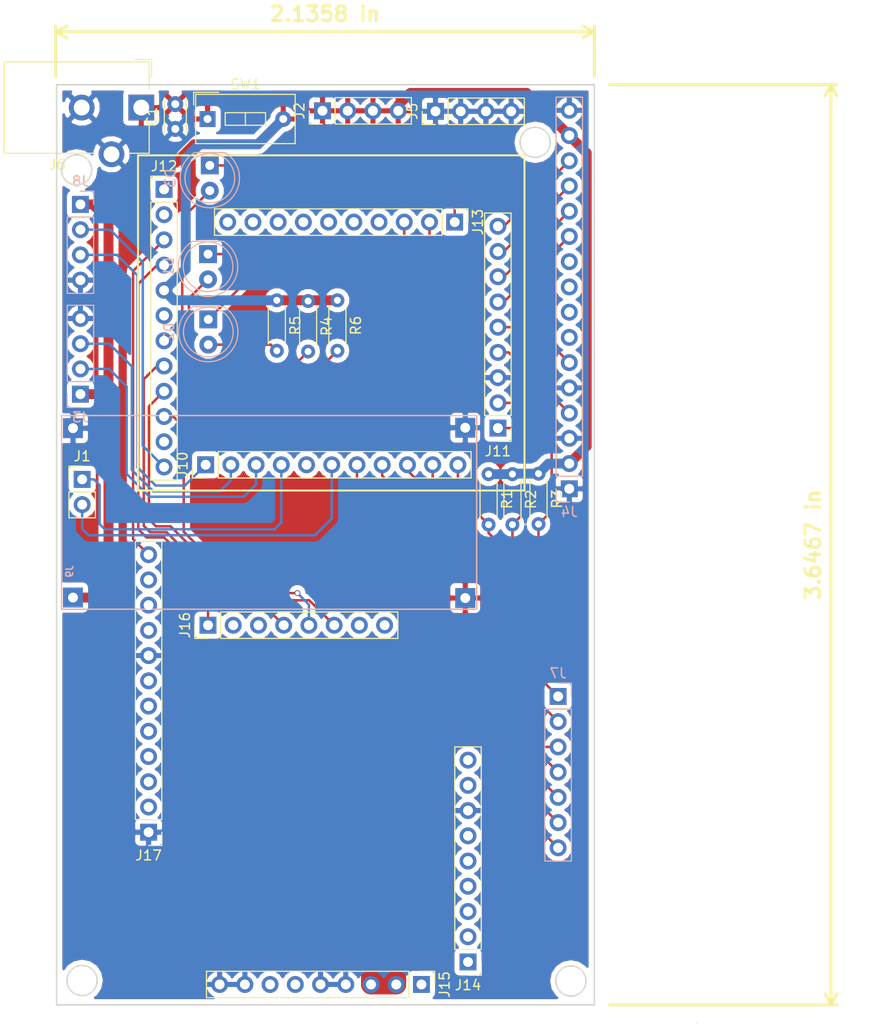
<source format=kicad_pcb>
(kicad_pcb (version 4) (host pcbnew 4.0.7)
  (layers (0 F.Cu signal) (31 B.Cu signal) (34 B.Paste user) (35 F.Paste user) (36 B.SilkS user) (37 F.SilkS user) (38 B.Mask user) (39 F.Mask user) (44 Edge.Cuts user))
  (net 0 "")
  (net 1 GND)
  (net 2 VCC)
  (net 3 /L1)
  (net 4 "Net-(D1-Pad2)")
  (net 5 /L2)
  (net 6 "Net-(D2-Pad2)")
  (net 7 /L3)
  (net 8 "Net-(D3-Pad2)")
  (net 9 /RX0)
  (net 10 /TX0)
  (net 11 /5V)
  (net 12 /TRIG1)
  (net 13 /ECHO1)
  (net 14 /RS)
  (net 15 /EN)
  (net 16 "Net-(J4-Pad7)")
  (net 17 "Net-(J4-Pad8)")
  (net 18 "Net-(J4-Pad9)")
  (net 19 "Net-(J4-Pad10)")
  (net 20 /D4)
  (net 21 /D5)
  (net 22 /D6)
  (net 23 /D7)
  (net 24 /C1)
  (net 25 /C2)
  (net 26 /C3)
  (net 27 /R1)
  (net 28 /R2)
  (net 29 /R3)
  (net 30 /R4)
  (net 31 /TRIG2)
  (net 32 /ECHO2)
  (net 33 /VBAT)
  (net 34 "Net-(J10-Pad5)")
  (net 35 "Net-(J12-Pad1)")
  (net 36 "Net-(J12-Pad2)")
  (net 37 /RTS1)
  (net 38 /CTS1)
  (net 39 "Net-(J12-Pad6)")
  (net 40 "Net-(J12-Pad7)")
  (net 41 /DTR1)
  (net 42 /RX1)
  (net 43 /TX1)
  (net 44 "Net-(J12-Pad11)")
  (net 45 "Net-(J13-Pad4)")
  (net 46 "Net-(J13-Pad5)")
  (net 47 "Net-(J13-Pad6)")
  (net 48 "Net-(J13-Pad7)")
  (net 49 "Net-(J13-Pad8)")
  (net 50 "Net-(J13-Pad9)")
  (net 51 "Net-(J13-Pad10)")
  (net 52 "Net-(J14-Pad1)")
  (net 53 "Net-(J14-Pad2)")
  (net 54 "Net-(J14-Pad3)")
  (net 55 "Net-(J14-Pad4)")
  (net 56 "Net-(J14-Pad5)")
  (net 57 "Net-(J14-Pad6)")
  (net 58 "Net-(J14-Pad8)")
  (net 59 "Net-(J14-Pad9)")
  (net 60 "Net-(J15-Pad1)")
  (net 61 "Net-(J15-Pad6)")
  (net 62 "Net-(J15-Pad7)")
  (net 63 "Net-(J16-Pad2)")
  (net 64 "Net-(J16-Pad3)")
  (net 65 "Net-(J16-Pad7)")
  (net 66 "Net-(J16-Pad8)")
  (net 67 "Net-(J17-Pad2)")
  (net 68 "Net-(J17-Pad3)")
  (net 69 "Net-(J17-Pad4)")
  (net 70 "Net-(J17-Pad5)")
  (net 71 "Net-(J17-Pad6)")
  (net 72 "Net-(J17-Pad7)")
  (net 73 "Net-(J17-Pad9)")
  (net 74 "Net-(J17-Pad10)")
  (net 75 "Net-(J17-Pad11)")
  (module LM2596:LM2596 (layer B.Cu) (at 125.95 75.2)
    (fp_text reference J9 (at -20.1 5.9 270) (layer B.SilkS) (effects (font (size 0.7 0.7)) (justify mirror)))
    (fp_text value LM2596 hide)
    (pad 1 thru_hole rect (at -19.7485 8.525) (size 1.99898 1.99898) (drill 1) (layers *.Cu *.Mask) (net 11 /5V))
    (pad 3 thru_hole rect (at -19.7485 -8.525) (size 1.99898 1.99898) (drill 1) (layers *.Cu *.Mask) (net 1 GND))
    (pad 2 thru_hole rect (at 19.7485 8.5725) (size 1.99898 1.99898) (drill 1) (layers *.Cu *.Mask) (net 33 /VBAT))
    (pad 4 thru_hole rect (at 19.7485 -8.5725) (size 1.99898 1.99898) (drill 1) (layers *.Cu *.Mask) (net 1 GND))
  )
  (module Buttons_Switches_THT:SW_DIP_x1_W7.62mm_Slide (layer F.Cu) (at 119.75 35.55)
    (fp_text reference SW1 (at 3.81 -3.48) (layer F.SilkS))
    (fp_text value "PWR S/W")
    (pad 1 thru_hole rect (at 0 0) (size 1.6 1.6) (drill 0.8) (layers *.Cu *.Mask) (net 2 VCC))
    (pad 2 thru_hole oval (at 7.62 0) (size 1.6 1.6) (drill 0.8) (layers *.Cu *.Mask) (net 11 /5V))
  )
  (module Capacitors_THT:C_Disc_D3.4mm_W2.1mm_P2.50mm (layer F.Cu) (at 116.5 36.55 90)
    (fp_text reference C1 (at 1.25 -2.36 90) (layer F.SilkS))
    (fp_text value C)
    (pad 1 thru_hole circle (at 0 0 90) (size 1.6 1.6) (drill 0.8) (layers *.Cu *.Mask) (net 1 GND))
    (pad 2 thru_hole circle (at 2.5 0 90) (size 1.6 1.6) (drill 0.8) (layers *.Cu *.Mask) (net 2 VCC))
  )
  (module LEDs:LED_D5.0mm (layer B.Cu) (at 119.8 49.15 270)
    (fp_text reference D1 (at 1.27 3.96 270) (layer B.SilkS) (effects (justify mirror)))
    (fp_text value LED)
    (pad 1 thru_hole rect (at 0 0 270) (size 1.8 1.8) (drill 0.9) (layers *.Cu *.Mask) (net 3 /L1))
    (pad 2 thru_hole circle (at 2.54 0 270) (size 1.8 1.8) (drill 0.9) (layers *.Cu *.Mask) (net 4 "Net-(D1-Pad2)"))
  )
  (module LEDs:LED_D5.0mm (layer B.Cu) (at 119.825 55.725 270)
    (fp_text reference D2 (at 1.27 3.96 270) (layer B.SilkS) (effects (justify mirror)))
    (fp_text value LED)
    (pad 1 thru_hole rect (at 0 0 270) (size 1.8 1.8) (drill 0.9) (layers *.Cu *.Mask) (net 5 /L2))
    (pad 2 thru_hole circle (at 2.54 0 270) (size 1.8 1.8) (drill 0.9) (layers *.Cu *.Mask) (net 6 "Net-(D2-Pad2)"))
  )
  (module LEDs:LED_D5.0mm (layer B.Cu) (at 119.975 40.225 270)
    (fp_text reference D3 (at 1.27 3.96 270) (layer B.SilkS) (effects (justify mirror)))
    (fp_text value LED)
    (pad 1 thru_hole rect (at 0 0 270) (size 1.8 1.8) (drill 0.9) (layers *.Cu *.Mask) (net 7 /L3))
    (pad 2 thru_hole circle (at 2.54 0 270) (size 1.8 1.8) (drill 0.9) (layers *.Cu *.Mask) (net 8 "Net-(D3-Pad2)"))
  )
  (module Pin_Headers:Pin_Header_Straight_1x02_Pitch2.54mm (layer F.Cu) (at 107.125 71.825)
    (fp_text reference J1 (at 0 -2.33) (layer F.SilkS))
    (fp_text value UART0)
    (pad 1 thru_hole rect (at 0 0) (size 1.7 1.7) (drill 1) (layers *.Cu *.Mask) (net 9 /RX0))
    (pad 2 thru_hole oval (at 0 2.54) (size 1.7 1.7) (drill 1) (layers *.Cu *.Mask) (net 10 /TX0))
  )
  (module Pin_Headers:Pin_Header_Straight_1x04_Pitch2.54mm (layer F.Cu) (at 131.325 34.725 90)
    (fp_text reference J2 (at 0 -2.33 90) (layer F.SilkS))
    (fp_text value VCC_BKT)
    (pad 1 thru_hole rect (at 0 0 90) (size 1.7 1.7) (drill 1) (layers *.Cu *.Mask) (net 11 /5V))
    (pad 2 thru_hole oval (at 0 2.54 90) (size 1.7 1.7) (drill 1) (layers *.Cu *.Mask) (net 11 /5V))
    (pad 3 thru_hole oval (at 0 5.08 90) (size 1.7 1.7) (drill 1) (layers *.Cu *.Mask) (net 11 /5V))
    (pad 4 thru_hole oval (at 0 7.62 90) (size 1.7 1.7) (drill 1) (layers *.Cu *.Mask) (net 11 /5V))
  )
  (module Pin_Headers:Pin_Header_Straight_1x04_Pitch2.54mm (layer B.Cu) (at 106.95 63.25)
    (fp_text reference J3 (at 0 2.33) (layer B.SilkS) (effects (justify mirror)))
    (fp_text value ULTRA1)
    (pad 1 thru_hole rect (at 0 0) (size 1.7 1.7) (drill 1) (layers *.Cu *.Mask) (net 11 /5V))
    (pad 2 thru_hole oval (at 0 -2.54) (size 1.7 1.7) (drill 1) (layers *.Cu *.Mask) (net 12 /TRIG1))
    (pad 3 thru_hole oval (at 0 -5.08) (size 1.7 1.7) (drill 1) (layers *.Cu *.Mask) (net 13 /ECHO1))
    (pad 4 thru_hole oval (at 0 -7.62) (size 1.7 1.7) (drill 1) (layers *.Cu *.Mask) (net 1 GND))
  )
  (module Pin_Headers:Pin_Header_Straight_1x16_Pitch2.54mm (layer B.Cu) (at 156.175 72.775)
    (fp_text reference J4 (at 0 2.33) (layer B.SilkS) (effects (justify mirror)))
    (fp_text value "16*2 LCD")
    (pad 1 thru_hole rect (at 0 0) (size 1.7 1.7) (drill 1) (layers *.Cu *.Mask) (net 1 GND))
    (pad 2 thru_hole oval (at 0 -2.54) (size 1.7 1.7) (drill 1) (layers *.Cu *.Mask) (net 11 /5V))
    (pad 3 thru_hole oval (at 0 -5.08) (size 1.7 1.7) (drill 1) (layers *.Cu *.Mask) (net 1 GND))
    (pad 4 thru_hole oval (at 0 -7.62) (size 1.7 1.7) (drill 1) (layers *.Cu *.Mask) (net 14 /RS))
    (pad 5 thru_hole oval (at 0 -10.16) (size 1.7 1.7) (drill 1) (layers *.Cu *.Mask) (net 1 GND))
    (pad 6 thru_hole oval (at 0 -12.7) (size 1.7 1.7) (drill 1) (layers *.Cu *.Mask) (net 15 /EN))
    (pad 7 thru_hole oval (at 0 -15.24) (size 1.7 1.7) (drill 1) (layers *.Cu *.Mask) (net 16 "Net-(J4-Pad7)"))
    (pad 8 thru_hole oval (at 0 -17.78) (size 1.7 1.7) (drill 1) (layers *.Cu *.Mask) (net 17 "Net-(J4-Pad8)"))
    (pad 9 thru_hole oval (at 0 -20.32) (size 1.7 1.7) (drill 1) (layers *.Cu *.Mask) (net 18 "Net-(J4-Pad9)"))
    (pad 10 thru_hole oval (at 0 -22.86) (size 1.7 1.7) (drill 1) (layers *.Cu *.Mask) (net 19 "Net-(J4-Pad10)"))
    (pad 11 thru_hole oval (at 0 -25.4) (size 1.7 1.7) (drill 1) (layers *.Cu *.Mask) (net 20 /D4))
    (pad 12 thru_hole oval (at 0 -27.94) (size 1.7 1.7) (drill 1) (layers *.Cu *.Mask) (net 21 /D5))
    (pad 13 thru_hole oval (at 0 -30.48) (size 1.7 1.7) (drill 1) (layers *.Cu *.Mask) (net 22 /D6))
    (pad 14 thru_hole oval (at 0 -33.02) (size 1.7 1.7) (drill 1) (layers *.Cu *.Mask) (net 23 /D7))
    (pad 15 thru_hole oval (at 0 -35.56) (size 1.7 1.7) (drill 1) (layers *.Cu *.Mask) (net 11 /5V))
    (pad 16 thru_hole oval (at 0 -38.1) (size 1.7 1.7) (drill 1) (layers *.Cu *.Mask) (net 1 GND))
  )
  (module Pin_Headers:Pin_Header_Straight_1x04_Pitch2.54mm (layer F.Cu) (at 142.7 34.775 90)
    (fp_text reference J5 (at 0 -2.33 90) (layer F.SilkS))
    (fp_text value GND_BKT)
    (pad 1 thru_hole rect (at 0 0 90) (size 1.7 1.7) (drill 1) (layers *.Cu *.Mask) (net 1 GND))
    (pad 2 thru_hole oval (at 0 2.54 90) (size 1.7 1.7) (drill 1) (layers *.Cu *.Mask) (net 1 GND))
    (pad 3 thru_hole oval (at 0 5.08 90) (size 1.7 1.7) (drill 1) (layers *.Cu *.Mask) (net 1 GND))
    (pad 4 thru_hole oval (at 0 7.62 90) (size 1.7 1.7) (drill 1) (layers *.Cu *.Mask) (net 1 GND))
  )
  (module Connectors:Barrel_Jack_CUI_PJ-102AH (layer F.Cu) (at 113.075 34.4 270)
    (fp_text reference J6 (at 5.75 8.45 360) (layer F.SilkS))
    (fp_text value Jack-DC)
    (pad 1 thru_hole rect (at 0 0 270) (size 2.6 2.6) (drill 1.6) (layers *.Cu *.Mask) (net 2 VCC))
    (pad 2 thru_hole circle (at 0 6 270) (size 2.6 2.6) (drill 1.6) (layers *.Cu *.Mask) (net 1 GND))
    (pad 3 thru_hole circle (at 4.7 3 270) (size 2.6 2.6) (drill 1.6) (layers *.Cu *.Mask) (net 1 GND))
  )
  (module Pin_Headers:Pin_Header_Straight_1x07_Pitch2.54mm (layer B.Cu) (at 155.05 93.675 180)
    (fp_text reference J7 (at 0 2.33 180) (layer B.SilkS) (effects (justify mirror)))
    (fp_text value KEYPAD)
    (pad 1 thru_hole rect (at 0 0 180) (size 1.7 1.7) (drill 1) (layers *.Cu *.Mask) (net 24 /C1))
    (pad 2 thru_hole oval (at 0 -2.54 180) (size 1.7 1.7) (drill 1) (layers *.Cu *.Mask) (net 25 /C2))
    (pad 3 thru_hole oval (at 0 -5.08 180) (size 1.7 1.7) (drill 1) (layers *.Cu *.Mask) (net 26 /C3))
    (pad 4 thru_hole oval (at 0 -7.62 180) (size 1.7 1.7) (drill 1) (layers *.Cu *.Mask) (net 27 /R1))
    (pad 5 thru_hole oval (at 0 -10.16 180) (size 1.7 1.7) (drill 1) (layers *.Cu *.Mask) (net 28 /R2))
    (pad 6 thru_hole oval (at 0 -12.7 180) (size 1.7 1.7) (drill 1) (layers *.Cu *.Mask) (net 29 /R3))
    (pad 7 thru_hole oval (at 0 -15.24 180) (size 1.7 1.7) (drill 1) (layers *.Cu *.Mask) (net 30 /R4))
  )
  (module Pin_Headers:Pin_Header_Straight_1x04_Pitch2.54mm (layer B.Cu) (at 106.95 44.15 180)
    (fp_text reference J8 (at 0 2.33 180) (layer B.SilkS) (effects (justify mirror)))
    (fp_text value ULTRA2)
    (pad 1 thru_hole rect (at 0 0 180) (size 1.7 1.7) (drill 1) (layers *.Cu *.Mask) (net 11 /5V))
    (pad 2 thru_hole oval (at 0 -2.54 180) (size 1.7 1.7) (drill 1) (layers *.Cu *.Mask) (net 31 /TRIG2))
    (pad 3 thru_hole oval (at 0 -5.08 180) (size 1.7 1.7) (drill 1) (layers *.Cu *.Mask) (net 32 /ECHO2))
    (pad 4 thru_hole oval (at 0 -7.62 180) (size 1.7 1.7) (drill 1) (layers *.Cu *.Mask) (net 1 GND))
  )
  (module Pin_Headers:Pin_Header_Straight_1x11_Pitch2.54mm (layer F.Cu) (at 119.5575 70.3575 90)
    (fp_text reference J10 (at 0 -2.33 90) (layer F.SilkS))
    (fp_text value M0516LEFT)
    (pad 1 thru_hole rect (at 0 0 90) (size 1.7 1.7) (drill 1) (layers *.Cu *.Mask) (net 32 /ECHO2))
    (pad 2 thru_hole oval (at 0 2.54 90) (size 1.7 1.7) (drill 1) (layers *.Cu *.Mask) (net 13 /ECHO1))
    (pad 3 thru_hole oval (at 0 5.08 90) (size 1.7 1.7) (drill 1) (layers *.Cu *.Mask) (net 12 /TRIG1))
    (pad 4 thru_hole oval (at 0 7.62 90) (size 1.7 1.7) (drill 1) (layers *.Cu *.Mask) (net 9 /RX0))
    (pad 5 thru_hole oval (at 0 10.16 90) (size 1.7 1.7) (drill 1) (layers *.Cu *.Mask) (net 34 "Net-(J10-Pad5)"))
    (pad 6 thru_hole oval (at 0 12.7 90) (size 1.7 1.7) (drill 1) (layers *.Cu *.Mask) (net 10 /TX0))
    (pad 7 thru_hole oval (at 0 15.24 90) (size 1.7 1.7) (drill 1) (layers *.Cu *.Mask) (net 30 /R4))
    (pad 8 thru_hole oval (at 0 17.78 90) (size 1.7 1.7) (drill 1) (layers *.Cu *.Mask) (net 29 /R3))
    (pad 9 thru_hole oval (at 0 20.32 90) (size 1.7 1.7) (drill 1) (layers *.Cu *.Mask) (net 28 /R2))
    (pad 10 thru_hole oval (at 0 22.86 90) (size 1.7 1.7) (drill 1) (layers *.Cu *.Mask) (net 27 /R1))
    (pad 11 thru_hole oval (at 0 25.4 90) (size 1.7 1.7) (drill 1) (layers *.Cu *.Mask) (net 26 /C3))
  )
  (module Pin_Headers:Pin_Header_Straight_1x09_Pitch2.54mm (layer F.Cu) (at 148.9875 66.6675 180)
    (fp_text reference J11 (at 0 -2.33 180) (layer F.SilkS))
    (fp_text value M0516DOWN)
    (pad 1 thru_hole rect (at 0 0 180) (size 1.7 1.7) (drill 1) (layers *.Cu *.Mask) (net 25 /C2))
    (pad 2 thru_hole oval (at 0 2.54 180) (size 1.7 1.7) (drill 1) (layers *.Cu *.Mask) (net 24 /C1))
    (pad 3 thru_hole oval (at 0 5.08 180) (size 1.7 1.7) (drill 1) (layers *.Cu *.Mask) (net 1 GND))
    (pad 4 thru_hole oval (at 0 7.62 180) (size 1.7 1.7) (drill 1) (layers *.Cu *.Mask) (net 14 /RS))
    (pad 5 thru_hole oval (at 0 10.16 180) (size 1.7 1.7) (drill 1) (layers *.Cu *.Mask) (net 15 /EN))
    (pad 6 thru_hole oval (at 0 12.7 180) (size 1.7 1.7) (drill 1) (layers *.Cu *.Mask) (net 20 /D4))
    (pad 7 thru_hole oval (at 0 15.24 180) (size 1.7 1.7) (drill 1) (layers *.Cu *.Mask) (net 21 /D5))
    (pad 8 thru_hole oval (at 0 17.78 180) (size 1.7 1.7) (drill 1) (layers *.Cu *.Mask) (net 22 /D6))
    (pad 9 thru_hole oval (at 0 20.32 180) (size 1.7 1.7) (drill 1) (layers *.Cu *.Mask) (net 23 /D7))
  )
  (module Pin_Headers:Pin_Header_Straight_1x12_Pitch2.54mm (layer F.Cu) (at 115.3675 42.6375)
    (fp_text reference J12 (at 0 -2.33) (layer F.SilkS))
    (fp_text value M0516UP)
    (pad 1 thru_hole rect (at 0 0) (size 1.7 1.7) (drill 1) (layers *.Cu *.Mask) (net 35 "Net-(J12-Pad1)"))
    (pad 2 thru_hole oval (at 0 2.54) (size 1.7 1.7) (drill 1) (layers *.Cu *.Mask) (net 36 "Net-(J12-Pad2)"))
    (pad 3 thru_hole oval (at 0 5.08) (size 1.7 1.7) (drill 1) (layers *.Cu *.Mask) (net 37 /RTS1))
    (pad 4 thru_hole oval (at 0 7.62) (size 1.7 1.7) (drill 1) (layers *.Cu *.Mask) (net 38 /CTS1))
    (pad 5 thru_hole oval (at 0 10.16) (size 1.7 1.7) (drill 1) (layers *.Cu *.Mask) (net 11 /5V))
    (pad 6 thru_hole oval (at 0 12.7) (size 1.7 1.7) (drill 1) (layers *.Cu *.Mask) (net 39 "Net-(J12-Pad6)"))
    (pad 7 thru_hole oval (at 0 15.24) (size 1.7 1.7) (drill 1) (layers *.Cu *.Mask) (net 40 "Net-(J12-Pad7)"))
    (pad 8 thru_hole oval (at 0 17.78) (size 1.7 1.7) (drill 1) (layers *.Cu *.Mask) (net 41 /DTR1))
    (pad 9 thru_hole oval (at 0 20.32) (size 1.7 1.7) (drill 1) (layers *.Cu *.Mask) (net 42 /RX1))
    (pad 10 thru_hole oval (at 0 22.86) (size 1.7 1.7) (drill 1) (layers *.Cu *.Mask) (net 43 /TX1))
    (pad 11 thru_hole oval (at 0 25.4) (size 1.7 1.7) (drill 1) (layers *.Cu *.Mask) (net 44 "Net-(J12-Pad11)"))
    (pad 12 thru_hole oval (at 0 27.94) (size 1.7 1.7) (drill 1) (layers *.Cu *.Mask) (net 31 /TRIG2))
  )
  (module Pin_Headers:Pin_Header_Straight_1x10_Pitch2.54mm (layer F.Cu) (at 144.6375 45.9275 270)
    (fp_text reference J13 (at 0 -2.33 270) (layer F.SilkS))
    (fp_text value M0516RIGHT)
    (pad 1 thru_hole rect (at 0 0 270) (size 1.7 1.7) (drill 1) (layers *.Cu *.Mask) (net 7 /L3))
    (pad 2 thru_hole oval (at 0 2.54 270) (size 1.7 1.7) (drill 1) (layers *.Cu *.Mask) (net 5 /L2))
    (pad 3 thru_hole oval (at 0 5.08 270) (size 1.7 1.7) (drill 1) (layers *.Cu *.Mask) (net 3 /L1))
    (pad 4 thru_hole oval (at 0 7.62 270) (size 1.7 1.7) (drill 1) (layers *.Cu *.Mask) (net 45 "Net-(J13-Pad4)"))
    (pad 5 thru_hole oval (at 0 10.16 270) (size 1.7 1.7) (drill 1) (layers *.Cu *.Mask) (net 46 "Net-(J13-Pad5)"))
    (pad 6 thru_hole oval (at 0 12.7 270) (size 1.7 1.7) (drill 1) (layers *.Cu *.Mask) (net 47 "Net-(J13-Pad6)"))
    (pad 7 thru_hole oval (at 0 15.24 270) (size 1.7 1.7) (drill 1) (layers *.Cu *.Mask) (net 48 "Net-(J13-Pad7)"))
    (pad 8 thru_hole oval (at 0 17.78 270) (size 1.7 1.7) (drill 1) (layers *.Cu *.Mask) (net 49 "Net-(J13-Pad8)"))
    (pad 9 thru_hole oval (at 0 20.32 270) (size 1.7 1.7) (drill 1) (layers *.Cu *.Mask) (net 50 "Net-(J13-Pad9)"))
    (pad 10 thru_hole oval (at 0 22.86 270) (size 1.7 1.7) (drill 1) (layers *.Cu *.Mask) (net 51 "Net-(J13-Pad10)"))
  )
  (module Pin_Headers:Pin_Header_Straight_1x09_Pitch2.54mm (layer F.Cu) (at 145.9775 120.4075 180)
    (fp_text reference J14 (at 0 -2.33 180) (layer F.SilkS))
    (fp_text value M66L)
    (pad 1 thru_hole rect (at 0 0 180) (size 1.7 1.7) (drill 1) (layers *.Cu *.Mask) (net 52 "Net-(J14-Pad1)"))
    (pad 2 thru_hole oval (at 0 2.54 180) (size 1.7 1.7) (drill 1) (layers *.Cu *.Mask) (net 53 "Net-(J14-Pad2)"))
    (pad 3 thru_hole oval (at 0 5.08 180) (size 1.7 1.7) (drill 1) (layers *.Cu *.Mask) (net 54 "Net-(J14-Pad3)"))
    (pad 4 thru_hole oval (at 0 7.62 180) (size 1.7 1.7) (drill 1) (layers *.Cu *.Mask) (net 55 "Net-(J14-Pad4)"))
    (pad 5 thru_hole oval (at 0 10.16 180) (size 1.7 1.7) (drill 1) (layers *.Cu *.Mask) (net 56 "Net-(J14-Pad5)"))
    (pad 6 thru_hole oval (at 0 12.7 180) (size 1.7 1.7) (drill 1) (layers *.Cu *.Mask) (net 57 "Net-(J14-Pad6)"))
    (pad 7 thru_hole oval (at 0 15.24 180) (size 1.7 1.7) (drill 1) (layers *.Cu *.Mask) (net 1 GND))
    (pad 8 thru_hole oval (at 0 17.78 180) (size 1.7 1.7) (drill 1) (layers *.Cu *.Mask) (net 58 "Net-(J14-Pad8)"))
    (pad 9 thru_hole oval (at 0 20.32 180) (size 1.7 1.7) (drill 1) (layers *.Cu *.Mask) (net 59 "Net-(J14-Pad9)"))
  )
  (module Pin_Headers:Pin_Header_Straight_1x09_Pitch2.54mm (layer F.Cu) (at 141.2875 122.6725 270)
    (fp_text reference J15 (at 0 -2.33 270) (layer F.SilkS))
    (fp_text value M66U)
    (pad 1 thru_hole rect (at 0 0 270) (size 1.7 1.7) (drill 1) (layers *.Cu *.Mask) (net 60 "Net-(J15-Pad1)"))
    (pad 2 thru_hole oval (at 0 2.54 270) (size 1.7 1.7) (drill 1) (layers *.Cu *.Mask) (net 33 /VBAT))
    (pad 3 thru_hole oval (at 0 5.08 270) (size 1.7 1.7) (drill 1) (layers *.Cu *.Mask) (net 33 /VBAT))
    (pad 4 thru_hole oval (at 0 7.62 270) (size 1.7 1.7) (drill 1) (layers *.Cu *.Mask) (net 1 GND))
    (pad 5 thru_hole oval (at 0 10.16 270) (size 1.7 1.7) (drill 1) (layers *.Cu *.Mask) (net 1 GND))
    (pad 6 thru_hole oval (at 0 12.7 270) (size 1.7 1.7) (drill 1) (layers *.Cu *.Mask) (net 61 "Net-(J15-Pad6)"))
    (pad 7 thru_hole oval (at 0 15.24 270) (size 1.7 1.7) (drill 1) (layers *.Cu *.Mask) (net 62 "Net-(J15-Pad7)"))
    (pad 8 thru_hole oval (at 0 17.78 270) (size 1.7 1.7) (drill 1) (layers *.Cu *.Mask) (net 1 GND))
    (pad 9 thru_hole oval (at 0 20.32 270) (size 1.7 1.7) (drill 1) (layers *.Cu *.Mask) (net 1 GND))
  )
  (module Pin_Headers:Pin_Header_Straight_1x08_Pitch2.54mm (layer F.Cu) (at 119.7975 86.5075 90)
    (fp_text reference J16 (at 0 -2.33 90) (layer F.SilkS))
    (fp_text value M66D)
    (pad 1 thru_hole rect (at 0 0 90) (size 1.7 1.7) (drill 1) (layers *.Cu *.Mask) (net 38 /CTS1))
    (pad 2 thru_hole oval (at 0 2.54 90) (size 1.7 1.7) (drill 1) (layers *.Cu *.Mask) (net 63 "Net-(J16-Pad2)"))
    (pad 3 thru_hole oval (at 0 5.08 90) (size 1.7 1.7) (drill 1) (layers *.Cu *.Mask) (net 64 "Net-(J16-Pad3)"))
    (pad 4 thru_hole oval (at 0 7.62 90) (size 1.7 1.7) (drill 1) (layers *.Cu *.Mask) (net 41 /DTR1))
    (pad 5 thru_hole oval (at 0 10.16 90) (size 1.7 1.7) (drill 1) (layers *.Cu *.Mask) (net 43 /TX1))
    (pad 6 thru_hole oval (at 0 12.7 90) (size 1.7 1.7) (drill 1) (layers *.Cu *.Mask) (net 42 /RX1))
    (pad 7 thru_hole oval (at 0 15.24 90) (size 1.7 1.7) (drill 1) (layers *.Cu *.Mask) (net 65 "Net-(J16-Pad7)"))
    (pad 8 thru_hole oval (at 0 17.78 90) (size 1.7 1.7) (drill 1) (layers *.Cu *.Mask) (net 66 "Net-(J16-Pad8)"))
  )
  (module Pin_Headers:Pin_Header_Straight_1x12_Pitch2.54mm (layer F.Cu) (at 113.8125 107.3475 180)
    (fp_text reference J17 (at 0 -2.33 180) (layer F.SilkS))
    (fp_text value M66R)
    (pad 1 thru_hole rect (at 0 0 180) (size 1.7 1.7) (drill 1) (layers *.Cu *.Mask) (net 1 GND))
    (pad 2 thru_hole oval (at 0 2.54 180) (size 1.7 1.7) (drill 1) (layers *.Cu *.Mask) (net 67 "Net-(J17-Pad2)"))
    (pad 3 thru_hole oval (at 0 5.08 180) (size 1.7 1.7) (drill 1) (layers *.Cu *.Mask) (net 68 "Net-(J17-Pad3)"))
    (pad 4 thru_hole oval (at 0 7.62 180) (size 1.7 1.7) (drill 1) (layers *.Cu *.Mask) (net 69 "Net-(J17-Pad4)"))
    (pad 5 thru_hole oval (at 0 10.16 180) (size 1.7 1.7) (drill 1) (layers *.Cu *.Mask) (net 70 "Net-(J17-Pad5)"))
    (pad 6 thru_hole oval (at 0 12.7 180) (size 1.7 1.7) (drill 1) (layers *.Cu *.Mask) (net 71 "Net-(J17-Pad6)"))
    (pad 7 thru_hole oval (at 0 15.24 180) (size 1.7 1.7) (drill 1) (layers *.Cu *.Mask) (net 72 "Net-(J17-Pad7)"))
    (pad 8 thru_hole oval (at 0 17.78 180) (size 1.7 1.7) (drill 1) (layers *.Cu *.Mask) (net 1 GND))
    (pad 9 thru_hole oval (at 0 20.32 180) (size 1.7 1.7) (drill 1) (layers *.Cu *.Mask) (net 73 "Net-(J17-Pad9)"))
    (pad 10 thru_hole oval (at 0 22.86 180) (size 1.7 1.7) (drill 1) (layers *.Cu *.Mask) (net 74 "Net-(J17-Pad10)"))
    (pad 11 thru_hole oval (at 0 25.4 180) (size 1.7 1.7) (drill 1) (layers *.Cu *.Mask) (net 75 "Net-(J17-Pad11)"))
    (pad 12 thru_hole oval (at 0 27.94 180) (size 1.7 1.7) (drill 1) (layers *.Cu *.Mask) (net 37 /RTS1))
  )
  (module Resistors_THT:R_Axial_DIN0204_L3.6mm_D1.6mm_P5.08mm_Horizontal (layer F.Cu) (at 148.05 71.3 270)
    (fp_text reference R1 (at 2.54 -1.86 270) (layer F.SilkS))
    (fp_text value 1K)
    (pad 1 thru_hole circle (at 0 0 270) (size 1.4 1.4) (drill 0.7) (layers *.Cu *.Mask) (net 11 /5V))
    (pad 2 thru_hole oval (at 5.08 0 270) (size 1.4 1.4) (drill 0.7) (layers *.Cu *.Mask) (net 26 /C3))
  )
  (module Resistors_THT:R_Axial_DIN0204_L3.6mm_D1.6mm_P5.08mm_Horizontal (layer F.Cu) (at 150.45 71.3 270)
    (fp_text reference R2 (at 2.54 -1.86 270) (layer F.SilkS))
    (fp_text value 1K)
    (pad 1 thru_hole circle (at 0 0 270) (size 1.4 1.4) (drill 0.7) (layers *.Cu *.Mask) (net 11 /5V))
    (pad 2 thru_hole oval (at 5.08 0 270) (size 1.4 1.4) (drill 0.7) (layers *.Cu *.Mask) (net 25 /C2))
  )
  (module Resistors_THT:R_Axial_DIN0204_L3.6mm_D1.6mm_P5.08mm_Horizontal (layer F.Cu) (at 153.075 71.25 270)
    (fp_text reference R3 (at 2.54 -1.86 270) (layer F.SilkS))
    (fp_text value 1K)
    (pad 1 thru_hole circle (at 0 0 270) (size 1.4 1.4) (drill 0.7) (layers *.Cu *.Mask) (net 11 /5V))
    (pad 2 thru_hole oval (at 5.08 0 270) (size 1.4 1.4) (drill 0.7) (layers *.Cu *.Mask) (net 24 /C1))
  )
  (module Resistors_THT:R_Axial_DIN0204_L3.6mm_D1.6mm_P5.08mm_Horizontal (layer F.Cu) (at 129.875 53.875 270)
    (fp_text reference R4 (at 2.54 -1.86 270) (layer F.SilkS))
    (fp_text value 330)
    (pad 1 thru_hole circle (at 0 0 270) (size 1.4 1.4) (drill 0.7) (layers *.Cu *.Mask) (net 11 /5V))
    (pad 2 thru_hole oval (at 5.08 0 270) (size 1.4 1.4) (drill 0.7) (layers *.Cu *.Mask) (net 4 "Net-(D1-Pad2)"))
  )
  (module Resistors_THT:R_Axial_DIN0204_L3.6mm_D1.6mm_P5.08mm_Horizontal (layer F.Cu) (at 126.725 53.8 270)
    (fp_text reference R5 (at 2.54 -1.86 270) (layer F.SilkS))
    (fp_text value 330)
    (pad 1 thru_hole circle (at 0 0 270) (size 1.4 1.4) (drill 0.7) (layers *.Cu *.Mask) (net 11 /5V))
    (pad 2 thru_hole oval (at 5.08 0 270) (size 1.4 1.4) (drill 0.7) (layers *.Cu *.Mask) (net 6 "Net-(D2-Pad2)"))
  )
  (module Resistors_THT:R_Axial_DIN0204_L3.6mm_D1.6mm_P5.08mm_Horizontal (layer F.Cu) (at 132.825 53.8 270)
    (fp_text reference R6 (at 2.54 -1.86 270) (layer F.SilkS))
    (fp_text value 330)
    (pad 1 thru_hole circle (at 0 0 270) (size 1.4 1.4) (drill 0.7) (layers *.Cu *.Mask) (net 11 /5V))
    (pad 2 thru_hole oval (at 5.08 0 270) (size 1.4 1.4) (drill 0.7) (layers *.Cu *.Mask) (net 8 "Net-(D3-Pad2)"))
  )
  (gr_circle (center 156.3375 122.3225) (end 155.0625 123.1475) (layer Edge.Cuts) (width 0.15))
  (gr_circle (center 107.1125 122.2725) (end 105.8375 123.0975) (layer Edge.Cuts) (width 0.15))
  (dimension 54.25 (width 0.3) (layer F.SilkS) (gr_text "54.250 mm" (at 131.575 25.425001) (layer F.SilkS) (effects (font (size 1.5 1.5) (thickness 0.3)))) (feature1 (pts (xy 104.45 31.25) (xy 104.45 24.075001))) (feature2 (pts (xy 158.7 31.25) (xy 158.7 24.075001))) (crossbar (pts (xy 158.7 26.775001) (xy 104.45 26.775001))) (arrow1a (pts (xy 104.45 26.775001) (xy 105.576504 26.18858))) (arrow1b (pts (xy 104.45 26.775001) (xy 105.576504 27.361422))) (arrow2a (pts (xy 158.7 26.775001) (xy 157.573496 26.18858))) (arrow2b (pts (xy 158.7 26.775001) (xy 157.573496 27.361422))))
  (dimension 92.625 (width 0.3) (layer F.SilkS) (gr_text "92.625 mm" (at 183.875 78.4125 270) (layer F.SilkS) (effects (font (size 1.5 1.5) (thickness 0.3)))) (feature1 (pts (xy 160.225 124.725) (xy 185.225 124.725))) (feature2 (pts (xy 160.225 32.1) (xy 185.225 32.1))) (crossbar (pts (xy 182.525 32.1) (xy 182.525 124.725))) (arrow1a (pts (xy 182.525 124.725) (xy 181.938579 123.598496))) (arrow1b (pts (xy 182.525 124.725) (xy 183.111421 123.598496))) (arrow2a (pts (xy 182.525 32.1) (xy 181.938579 33.226504))) (arrow2b (pts (xy 182.525 32.1) (xy 183.111421 33.226504))))
  (gr_line (start 104.55 32.1) (end 104.575 32.1) (angle 90) (layer Edge.Cuts) (width 0.15))
  (gr_line (start 104.55 124.725) (end 104.55 32.1) (angle 90) (layer Edge.Cuts) (width 0.15))
  (gr_line (start 158.7 124.725) (end 104.55 124.725) (angle 90) (layer Edge.Cuts) (width 0.15))
  (gr_line (start 158.7 32.1) (end 158.7 124.725) (angle 90) (layer Edge.Cuts) (width 0.15))
  (gr_line (start 104.55 32.1) (end 158.7 32.1) (angle 90) (layer Edge.Cuts) (width 0.15))
  (gr_circle (center 152.7375 37.8975) (end 151.4625 38.7225) (layer Edge.Cuts) (width 0.15))
  (gr_line (start 151.675 72.95) (end 151.675 72.9) (angle 90) (layer F.SilkS) (width 0.2))
  (gr_line (start 112.725 72.95) (end 151.675 72.95) (angle 90) (layer F.SilkS) (width 0.2))
  (gr_circle (center 106.5625 40.6725) (end 105.2875 41.4975) (layer Edge.Cuts) (width 0.15))
  (gr_line (start 169.0475 126.5775) (end 169.0575 126.5775) (angle 90) (layer F.SilkS) (width 0.2))
  (gr_line (start 151.6625 39.1975) (end 151.6625 72.9475) (angle 90) (layer F.SilkS) (width 0.2))
  (gr_line (start 112.7475 39.2075) (end 151.7225 39.2075) (angle 90) (layer F.SilkS) (width 0.2))
  (gr_line (start 112.7475 72.9825) (end 112.7475 39.2075) (angle 90) (layer F.SilkS) (width 0.2))
  (segment (start 139.5575 45.9275) (end 139.5575 47.3175) (width 0.25) (layer F.Cu) (net 3))
  (segment (start 137.725 49.15) (end 119.8 49.15) (width 0.25) (layer F.Cu) (net 3))
  (segment (start 139.5575 47.3175) (end 137.725 49.15) (width 0.25) (layer F.Cu) (net 3))
  (segment (start 119.8 51.69) (end 119.785 51.69) (width 0.25) (layer F.Cu) (net 4))
  (segment (start 119.785 51.69) (end 117.875 53.6) (width 0.25) (layer F.Cu) (net 4))
  (segment (start 117.875 53.6) (end 117.875 59.375) (width 0.25) (layer F.Cu) (net 4))
  (segment (start 117.875 59.375) (end 119.075 60.575) (width 0.25) (layer F.Cu) (net 4))
  (segment (start 119.075 60.575) (end 128.255 60.575) (width 0.25) (layer F.Cu) (net 4))
  (segment (start 128.255 60.575) (end 129.875 58.955) (width 0.25) (layer F.Cu) (net 4))
  (segment (start 142.0975 45.9275) (end 142.0975 47.2775) (width 0.25) (layer F.Cu) (net 5))
  (segment (start 124.3 51.25) (end 119.825 55.725) (width 0.25) (layer F.Cu) (net 5))
  (segment (start 138.125 51.25) (end 124.3 51.25) (width 0.25) (layer F.Cu) (net 5))
  (segment (start 142.0975 47.2775) (end 138.125 51.25) (width 0.25) (layer F.Cu) (net 5))
  (segment (start 119.825 58.265) (end 126.11 58.265) (width 0.25) (layer F.Cu) (net 6))
  (segment (start 126.11 58.265) (end 126.725 58.88) (width 0.25) (layer F.Cu) (net 6))
  (segment (start 119.975 40.225) (end 140.975 40.225) (width 0.25) (layer F.Cu) (net 7))
  (segment (start 144.6375 43.8875) (end 144.6375 45.9275) (width 0.25) (layer F.Cu) (net 7))
  (segment (start 140.975 40.225) (end 144.6375 43.8875) (width 0.25) (layer F.Cu) (net 7))
  (segment (start 119.975 42.765) (end 119.975 42.775) (width 0.25) (layer F.Cu) (net 8))
  (segment (start 119.975 42.775) (end 117.2 45.55) (width 0.25) (layer F.Cu) (net 8))
  (segment (start 117.2 45.55) (end 117.2 59.825) (width 0.25) (layer F.Cu) (net 8))
  (segment (start 117.2 59.825) (end 118.675 61.3) (width 0.25) (layer F.Cu) (net 8))
  (segment (start 118.675 61.3) (end 130.405 61.3) (width 0.25) (layer F.Cu) (net 8))
  (segment (start 130.405 61.3) (end 132.825 58.88) (width 0.25) (layer F.Cu) (net 8))
  (segment (start 107.125 71.825) (end 108.3 71.825) (width 0.25) (layer B.Cu) (net 9))
  (segment (start 108.875 72.4) (end 108.875 73.575) (width 0.25) (layer B.Cu) (net 9))
  (segment (start 108.3 71.825) (end 108.875 72.4) (width 0.25) (layer B.Cu) (net 9))
  (segment (start 127.1775 70.3575) (end 127.1775 76.1725) (width 0.25) (layer B.Cu) (net 9))
  (segment (start 108.875 76.325) (end 108.875 73.575) (width 0.25) (layer B.Cu) (net 9))
  (segment (start 109.4 76.85) (end 108.875 76.325) (width 0.25) (layer B.Cu) (net 9))
  (segment (start 126.5 76.85) (end 109.4 76.85) (width 0.25) (layer B.Cu) (net 9))
  (segment (start 127.1775 76.1725) (end 126.5 76.85) (width 0.25) (layer B.Cu) (net 9))
  (segment (start 132.2575 70.3575) (end 132.2575 75.7675) (width 0.25) (layer B.Cu) (net 10))
  (segment (start 107.125 76.8) (end 107.125 74.365) (width 0.25) (layer B.Cu) (net 10))
  (segment (start 107.775 77.45) (end 107.125 76.8) (width 0.25) (layer B.Cu) (net 10))
  (segment (start 130.575 77.45) (end 107.775 77.45) (width 0.25) (layer B.Cu) (net 10))
  (segment (start 132.2575 75.7675) (end 130.575 77.45) (width 0.25) (layer B.Cu) (net 10))
  (segment (start 150.45 71.3) (end 148.05 71.3) (width 1) (layer B.Cu) (net 11))
  (segment (start 153.075 71.25) (end 150.5 71.25) (width 1) (layer B.Cu) (net 11))
  (segment (start 150.5 71.25) (end 150.45 71.3) (width 1) (layer B.Cu) (net 11))
  (segment (start 115.3675 52.7975) (end 115.4025 52.7975) (width 1) (layer B.Cu) (net 11))
  (segment (start 115.4025 52.7975) (end 117.55 50.65) (width 1) (layer B.Cu) (net 11))
  (segment (start 126.725 53.8) (end 116.37 53.8) (width 1) (layer B.Cu) (net 11))
  (segment (start 116.37 53.8) (end 115.3675 52.7975) (width 1) (layer B.Cu) (net 11))
  (segment (start 117.55 39.5) (end 118.95 38.1) (width 1) (layer B.Cu) (net 11))
  (segment (start 118.95 38.1) (end 124.82 38.1) (width 1) (layer B.Cu) (net 11))
  (segment (start 124.82 38.1) (end 127.37 35.55) (width 1) (layer B.Cu) (net 11))
  (segment (start 117.55 50.65) (end 117.55 39.5) (width 1) (layer B.Cu) (net 11))
  (segment (start 127.37 35.55) (end 127.37 35.555) (width 1) (layer F.Cu) (net 11))
  (segment (start 127.37 35.555) (end 124.825 38.1) (width 1) (layer F.Cu) (net 11))
  (segment (start 109.775 42.5) (end 109.775 45.725) (width 1) (layer F.Cu) (net 11))
  (segment (start 112.325 39.95) (end 109.775 42.5) (width 1) (layer F.Cu) (net 11))
  (segment (start 116.55 39.95) (end 112.325 39.95) (width 1) (layer F.Cu) (net 11))
  (segment (start 118.4 38.1) (end 116.55 39.95) (width 1) (layer F.Cu) (net 11))
  (segment (start 124.825 38.1) (end 118.4 38.1) (width 1) (layer F.Cu) (net 11))
  (segment (start 127.37 35.55) (end 127.37 35.63) (width 1) (layer F.Cu) (net 11))
  (segment (start 126.725 53.8) (end 129.8 53.8) (width 1) (layer F.Cu) (net 11))
  (segment (start 129.8 53.8) (end 132.825 53.8) (width 1) (layer F.Cu) (net 11))
  (segment (start 156.175 70.235) (end 154.09 70.235) (width 1) (layer B.Cu) (net 11))
  (segment (start 154.09 70.235) (end 153.025 71.3) (width 1) (layer B.Cu) (net 11))
  (segment (start 156.175 37.215) (end 156.175 37.225) (width 1) (layer F.Cu) (net 11))
  (segment (start 156.175 37.225) (end 157.925 38.975) (width 1) (layer F.Cu) (net 11))
  (segment (start 157.925 68.485) (end 156.175 70.235) (width 1) (layer F.Cu) (net 11))
  (segment (start 157.925 38.975) (end 157.925 68.485) (width 1) (layer F.Cu) (net 11))
  (segment (start 138.945 34.725) (end 138.945 34.155) (width 1) (layer F.Cu) (net 11))
  (segment (start 138.945 34.155) (end 140.175 32.925) (width 1) (layer F.Cu) (net 11))
  (segment (start 140.175 32.925) (end 151.885 32.925) (width 1) (layer F.Cu) (net 11))
  (segment (start 151.885 32.925) (end 156.175 37.215) (width 1) (layer F.Cu) (net 11))
  (segment (start 106.95 63.25) (end 108.775 63.25) (width 1) (layer F.Cu) (net 11))
  (segment (start 108.775 63.25) (end 109.775 64.25) (width 1) (layer F.Cu) (net 11))
  (segment (start 106.95 44.15) (end 108.2 44.15) (width 1) (layer F.Cu) (net 11))
  (segment (start 108.2 44.15) (end 109.775 45.725) (width 1) (layer F.Cu) (net 11))
  (segment (start 108.375 83.725) (end 106.2015 83.725) (width 1) (layer F.Cu) (net 11))
  (segment (start 109.775 82.325) (end 108.375 83.725) (width 1) (layer F.Cu) (net 11))
  (segment (start 109.775 45.725) (end 109.775 64.25) (width 1) (layer F.Cu) (net 11))
  (segment (start 109.775 64.25) (end 109.775 82.325) (width 1) (layer F.Cu) (net 11))
  (segment (start 106.95 60.71) (end 109.835 60.71) (width 0.25) (layer B.Cu) (net 12))
  (segment (start 109.835 60.71) (end 111.6 62.475) (width 0.25) (layer B.Cu) (net 12))
  (segment (start 111.6 62.475) (end 111.6 71.275) (width 0.25) (layer B.Cu) (net 12))
  (segment (start 111.6 71.275) (end 113.9 73.575) (width 0.25) (layer B.Cu) (net 12))
  (segment (start 113.9 73.575) (end 123.4 73.575) (width 0.25) (layer B.Cu) (net 12))
  (segment (start 123.4 73.575) (end 124.6375 72.3375) (width 0.25) (layer B.Cu) (net 12))
  (segment (start 124.6375 72.3375) (end 124.6375 70.3575) (width 0.25) (layer B.Cu) (net 12))
  (segment (start 106.95 58.17) (end 109.845 58.17) (width 0.25) (layer B.Cu) (net 13))
  (segment (start 109.845 58.17) (end 112.125 60.45) (width 0.25) (layer B.Cu) (net 13))
  (segment (start 122.0975 71.9275) (end 122.0975 70.3575) (width 0.25) (layer B.Cu) (net 13))
  (segment (start 121 73.025) (end 122.0975 71.9275) (width 0.25) (layer B.Cu) (net 13))
  (segment (start 114.275 73.025) (end 121 73.025) (width 0.25) (layer B.Cu) (net 13))
  (segment (start 112.125 70.875) (end 114.275 73.025) (width 0.25) (layer B.Cu) (net 13))
  (segment (start 112.125 60.45) (end 112.125 70.875) (width 0.25) (layer B.Cu) (net 13))
  (segment (start 148.9875 59.0475) (end 150.0675 59.0475) (width 0.25) (layer F.Cu) (net 14))
  (segment (start 150.0675 59.0475) (end 156.175 65.155) (width 0.25) (layer F.Cu) (net 14))
  (segment (start 148.9875 59.0475) (end 149.5025 59.0475) (width 0.25) (layer F.Cu) (net 14))
  (segment (start 148.9875 56.5075) (end 152.6075 56.5075) (width 0.25) (layer F.Cu) (net 15))
  (segment (start 152.6075 56.5075) (end 156.175 60.075) (width 0.25) (layer F.Cu) (net 15))
  (segment (start 148.9875 53.9675) (end 149.5825 53.9675) (width 0.25) (layer F.Cu) (net 20))
  (segment (start 149.5825 53.9675) (end 156.175 47.375) (width 0.25) (layer F.Cu) (net 20))
  (segment (start 148.9875 53.9675) (end 148.9875 53.9625) (width 0.25) (layer F.Cu) (net 20))
  (segment (start 148.9875 51.4275) (end 149.5825 51.4275) (width 0.25) (layer F.Cu) (net 21))
  (segment (start 149.5825 51.4275) (end 156.175 44.835) (width 0.25) (layer F.Cu) (net 21))
  (segment (start 148.9875 51.4275) (end 148.9975 51.4275) (width 0.25) (layer F.Cu) (net 21))
  (segment (start 148.9875 48.8875) (end 149.5825 48.8875) (width 0.25) (layer F.Cu) (net 22))
  (segment (start 149.5825 48.8875) (end 156.175 42.295) (width 0.25) (layer F.Cu) (net 22))
  (segment (start 148.9875 46.3475) (end 149.5825 46.3475) (width 0.25) (layer F.Cu) (net 23))
  (segment (start 149.5825 46.3475) (end 156.175 39.755) (width 0.25) (layer F.Cu) (net 23))
  (segment (start 153.075 76.33) (end 153.075 80.425) (width 0.25) (layer F.Cu) (net 24))
  (segment (start 153.775 92.4) (end 155.05 93.675) (width 0.25) (layer F.Cu) (net 24))
  (segment (start 153.775 81.125) (end 153.775 92.4) (width 0.25) (layer F.Cu) (net 24))
  (segment (start 153.075 80.425) (end 153.775 81.125) (width 0.25) (layer F.Cu) (net 24))
  (segment (start 148.9875 64.1275) (end 150.9775 64.1275) (width 0.25) (layer F.Cu) (net 24))
  (segment (start 154.4 75.005) (end 153.075 76.33) (width 0.25) (layer F.Cu) (net 24))
  (segment (start 154.4 67.55) (end 154.4 75.005) (width 0.25) (layer F.Cu) (net 24))
  (segment (start 150.9775 64.1275) (end 154.4 67.55) (width 0.25) (layer F.Cu) (net 24))
  (segment (start 150.45 76.38) (end 150.45 78.675) (width 0.25) (layer F.Cu) (net 25))
  (segment (start 152.75 93.915) (end 155.05 96.215) (width 0.25) (layer F.Cu) (net 25))
  (segment (start 152.75 80.975) (end 152.75 93.915) (width 0.25) (layer F.Cu) (net 25))
  (segment (start 150.45 78.675) (end 152.75 80.975) (width 0.25) (layer F.Cu) (net 25))
  (segment (start 148.9875 66.6675) (end 150.4175 66.6675) (width 0.25) (layer F.Cu) (net 25))
  (segment (start 151.675 75.155) (end 150.45 76.38) (width 0.25) (layer F.Cu) (net 25))
  (segment (start 151.675 67.925) (end 151.675 75.155) (width 0.25) (layer F.Cu) (net 25))
  (segment (start 150.4175 66.6675) (end 151.675 67.925) (width 0.25) (layer F.Cu) (net 25))
  (segment (start 144.9575 70.3575) (end 144.9575 73.2875) (width 0.25) (layer F.Cu) (net 26))
  (segment (start 144.9575 73.2875) (end 148.05 76.38) (width 0.25) (layer F.Cu) (net 26))
  (segment (start 148.05 76.38) (end 148.05 77.225) (width 0.25) (layer F.Cu) (net 26))
  (segment (start 153.58 98.755) (end 155.05 98.755) (width 0.25) (layer F.Cu) (net 26))
  (segment (start 152.225 97.4) (end 153.58 98.755) (width 0.25) (layer F.Cu) (net 26))
  (segment (start 152.225 81.4) (end 152.225 97.4) (width 0.25) (layer F.Cu) (net 26))
  (segment (start 148.05 77.225) (end 152.225 81.4) (width 0.25) (layer F.Cu) (net 26))
  (segment (start 142.4175 70.3575) (end 142.4175 72.6925) (width 0.25) (layer F.Cu) (net 27))
  (segment (start 151.65 97.895) (end 155.05 101.295) (width 0.25) (layer F.Cu) (net 27))
  (segment (start 151.65 81.925) (end 151.65 97.895) (width 0.25) (layer F.Cu) (net 27))
  (segment (start 142.4175 72.6925) (end 151.65 81.925) (width 0.25) (layer F.Cu) (net 27))
  (segment (start 139.8775 70.3575) (end 139.8775 70.9275) (width 0.25) (layer F.Cu) (net 28))
  (segment (start 139.8775 70.9275) (end 151.125 82.175) (width 0.25) (layer F.Cu) (net 28))
  (segment (start 151.125 82.175) (end 151.125 98.275) (width 0.25) (layer F.Cu) (net 28))
  (segment (start 151.125 98.275) (end 152.05 99.2) (width 0.25) (layer F.Cu) (net 28))
  (segment (start 152.975 101.76) (end 155.05 103.835) (width 0.25) (layer F.Cu) (net 28))
  (segment (start 152.975 100.125) (end 152.975 101.76) (width 0.25) (layer F.Cu) (net 28))
  (segment (start 152.05 99.2) (end 152.975 100.125) (width 0.25) (layer F.Cu) (net 28))
  (segment (start 137.3375 70.3575) (end 137.3375 71.4625) (width 0.25) (layer F.Cu) (net 29))
  (segment (start 150.575 98.5) (end 151.125 99.05) (width 0.25) (layer F.Cu) (net 29))
  (segment (start 150.575 82.45) (end 150.575 98.5) (width 0.25) (layer F.Cu) (net 29))
  (segment (start 141.025 72.9) (end 150.575 82.45) (width 0.25) (layer F.Cu) (net 29))
  (segment (start 138.775 72.9) (end 141.025 72.9) (width 0.25) (layer F.Cu) (net 29))
  (segment (start 137.3375 71.4625) (end 138.775 72.9) (width 0.25) (layer F.Cu) (net 29))
  (segment (start 152.4 103.725) (end 155.05 106.375) (width 0.25) (layer F.Cu) (net 29))
  (segment (start 152.4 100.325) (end 152.4 103.725) (width 0.25) (layer F.Cu) (net 29))
  (segment (start 151.125 99.05) (end 152.4 100.325) (width 0.25) (layer F.Cu) (net 29))
  (segment (start 134.7975 70.3575) (end 134.7975 71.7725) (width 0.25) (layer F.Cu) (net 30))
  (segment (start 150.025 98.75) (end 150.05 98.775) (width 0.25) (layer F.Cu) (net 30))
  (segment (start 150.025 82.7) (end 150.025 98.75) (width 0.25) (layer F.Cu) (net 30))
  (segment (start 140.75 73.425) (end 150.025 82.7) (width 0.25) (layer F.Cu) (net 30))
  (segment (start 136.45 73.425) (end 140.75 73.425) (width 0.25) (layer F.Cu) (net 30))
  (segment (start 134.7975 71.7725) (end 136.45 73.425) (width 0.25) (layer F.Cu) (net 30))
  (segment (start 151.8 105.665) (end 155.05 108.915) (width 0.25) (layer F.Cu) (net 30))
  (segment (start 151.8 100.525) (end 151.8 105.665) (width 0.25) (layer F.Cu) (net 30))
  (segment (start 150.05 98.775) (end 151.8 100.525) (width 0.25) (layer F.Cu) (net 30))
  (segment (start 106.95 46.69) (end 109.94 46.69) (width 0.25) (layer B.Cu) (net 31))
  (segment (start 109.94 46.69) (end 113.225 49.975) (width 0.25) (layer B.Cu) (net 31))
  (segment (start 113.225 68.435) (end 115.3675 70.5775) (width 0.25) (layer B.Cu) (net 31))
  (segment (start 113.225 49.975) (end 113.225 68.435) (width 0.25) (layer B.Cu) (net 31))
  (segment (start 106.95 49.23) (end 110.63 49.23) (width 0.25) (layer B.Cu) (net 32))
  (segment (start 110.63 49.23) (end 112.7 51.3) (width 0.25) (layer B.Cu) (net 32))
  (segment (start 117.465 72.45) (end 119.5575 70.3575) (width 0.25) (layer B.Cu) (net 32))
  (segment (start 114.525 72.45) (end 117.465 72.45) (width 0.25) (layer B.Cu) (net 32))
  (segment (start 112.7 70.625) (end 114.525 72.45) (width 0.25) (layer B.Cu) (net 32))
  (segment (start 112.7 51.3) (end 112.7 70.625) (width 0.25) (layer B.Cu) (net 32))
  (segment (start 138.7475 119.2775) (end 138.8 119.225) (width 2) (layer F.Cu) (net 33))
  (segment (start 138.7475 122.6725) (end 138.7475 119.2775) (width 2) (layer F.Cu) (net 33))
  (segment (start 136.2075 118.6325) (end 136.15 118.575) (width 2) (layer F.Cu) (net 33))
  (segment (start 136.2075 122.6725) (end 136.2075 118.6325) (width 2) (layer F.Cu) (net 33))
  (segment (start 138.7475 122.6725) (end 136.2075 122.6725) (width 2) (layer F.Cu) (net 33))
  (segment (start 115.3675 42.6375) (end 114.7875 42.6375) (width 0.4) (layer F.Cu) (net 35))
  (segment (start 115.3675 47.7175) (end 115.3675 47.7325) (width 0.25) (layer F.Cu) (net 37))
  (segment (start 115.3675 47.7325) (end 112.25 50.85) (width 0.25) (layer F.Cu) (net 37))
  (segment (start 112.25 50.85) (end 112.25 77.845) (width 0.25) (layer F.Cu) (net 37))
  (segment (start 112.25 77.845) (end 113.8125 79.4075) (width 0.25) (layer F.Cu) (net 37))
  (segment (start 115.3675 50.2575) (end 114.6675 50.2575) (width 0.25) (layer F.Cu) (net 38))
  (segment (start 114.6675 50.2575) (end 112.775 52.15) (width 0.25) (layer F.Cu) (net 38))
  (segment (start 112.775 52.15) (end 112.775 76.85) (width 0.25) (layer F.Cu) (net 38))
  (segment (start 112.775 76.85) (end 113.6 77.675) (width 0.25) (layer F.Cu) (net 38))
  (segment (start 113.6 77.675) (end 115.375 77.675) (width 0.25) (layer F.Cu) (net 38))
  (segment (start 115.375 77.675) (end 119.7975 82.0975) (width 0.25) (layer F.Cu) (net 38))
  (segment (start 119.7975 82.0975) (end 119.7975 86.5075) (width 0.25) (layer F.Cu) (net 38))
  (segment (start 113.325 73.8) (end 113.325 76.5) (width 0.25) (layer F.Cu) (net 41))
  (segment (start 123.225 84.75) (end 125.66 84.75) (width 0.25) (layer F.Cu) (net 41))
  (segment (start 115.625 77.15) (end 123.225 84.75) (width 0.25) (layer F.Cu) (net 41))
  (segment (start 113.975 77.15) (end 115.625 77.15) (width 0.25) (layer F.Cu) (net 41))
  (segment (start 113.325 76.5) (end 113.975 77.15) (width 0.25) (layer F.Cu) (net 41))
  (segment (start 115.3675 60.4175) (end 114.6575 60.4175) (width 0.25) (layer F.Cu) (net 41))
  (segment (start 114.6575 60.4175) (end 113.325 61.75) (width 0.25) (layer F.Cu) (net 41))
  (segment (start 113.325 61.75) (end 113.325 73.8) (width 0.25) (layer F.Cu) (net 41))
  (segment (start 125.66 84.75) (end 127.4175 86.5075) (width 0.25) (layer F.Cu) (net 41))
  (segment (start 113.85 73.05) (end 113.85 75.85) (width 0.25) (layer F.Cu) (net 42))
  (segment (start 129.99 84) (end 132.4975 86.5075) (width 0.25) (layer F.Cu) (net 42))
  (segment (start 123.475 84) (end 129.99 84) (width 0.25) (layer F.Cu) (net 42))
  (segment (start 116.025 76.55) (end 123.475 84) (width 0.25) (layer F.Cu) (net 42))
  (segment (start 114.55 76.55) (end 116.025 76.55) (width 0.25) (layer F.Cu) (net 42))
  (segment (start 113.85 75.85) (end 114.55 76.55) (width 0.25) (layer F.Cu) (net 42))
  (segment (start 115.3675 62.9575) (end 114.275 64.05) (width 0.25) (layer F.Cu) (net 42))
  (segment (start 113.85 64.475) (end 113.85 73.05) (width 0.25) (layer F.Cu) (net 42))
  (segment (start 114.05 64.275) (end 113.85 64.475) (width 0.25) (layer F.Cu) (net 42))
  (segment (start 114.275 64.05) (end 114.05 64.275) (width 0.25) (layer F.Cu) (net 42))
  (segment (start 132.5 86.505) (end 132.4975 86.5075) (width 0.25) (layer F.Cu) (net 42))
  (segment (start 115.3675 65.4975) (end 116.2975 65.4975) (width 0.25) (layer F.Cu) (net 43))
  (segment (start 116.2975 65.4975) (end 117.35 66.55) (width 0.25) (layer F.Cu) (net 43))
  (segment (start 117.35 66.55) (end 117.35 77.1) (width 0.25) (layer F.Cu) (net 43))
  (segment (start 117.35 77.1) (end 123.525 83.275) (width 0.25) (layer F.Cu) (net 43))
  (segment (start 123.525 83.275) (end 128.8 83.275) (width 0.25) (layer F.Cu) (net 43))
  (via (at 128.8 83.275) (size 0.6) (drill 0.4) (layers F.Cu B.Cu) (net 43))
  (segment (start 128.8 83.275) (end 129.9575 84.4325) (width 0.25) (layer B.Cu) (net 43))
  (segment (start 129.9575 84.4325) (end 129.9575 86.5075) (width 0.25) (layer B.Cu) (net 43))
  (segment (start 129.9575 86.5075) (end 129.9575 86.4675) (width 0.25) (layer B.Cu) (net 43))
  (zone (net 33) (net_name /VBAT) (layer F.Cu) (priority 1) (connect_pads (clearance 0.508)) (min_thickness 0.254) (fill yes (arc_segments 16) (thermal_gap 0.508) (thermal_bridge_width 0.508))
    (polygon (pts (xy 143.025 85.325) (xy 143.025 81.85) (xy 148.225 81.85) (xy 148.225 85.4) (xy 139.9 97.475) (xy 139.9 124.275) (xy 134.825 124.275) (xy 134.825 95.475)))
  )
  (zone (net 1) (net_name GND) (layer F.Cu) (connect_pads (clearance 0.508)) (min_thickness 0.254) (fill yes (arc_segments 16) (thermal_gap 0.508) (thermal_bridge_width 0.508))
    (polygon (pts (xy 104.675 32.35) (xy 158.5 32.35) (xy 158.5 124.6) (xy 104.675 124.6) (xy 104.65 124.6) (xy 104.65 32.35)))
  )
  (zone (net 2) (net_name VCC) (layer F.Cu) (priority 1) (connect_pads (clearance 0.508)) (min_thickness 0.254) (fill yes (arc_segments 16) (thermal_gap 0.508) (thermal_bridge_width 0.508))
    (polygon (pts (xy 121.2 37.075) (xy 118 37.075) (xy 118 35.325) (xy 114.975 35.325) (xy 114.975 37.15) (xy 111.275 37.15) (xy 111.275 32.35) (xy 121.2 32.35)))
  )
  (zone (net 11) (net_name /5V) (layer F.Cu) (priority 1) (connect_pads (clearance 0.508)) (min_thickness 0.254) (fill yes (arc_segments 16) (thermal_gap 0.508) (thermal_bridge_width 0.508))
    (polygon (pts (xy 140.825 36.975) (xy 125.975 36.975) (xy 125.975 32.35) (xy 140.825 32.35)))
  )
  (zone (net 1) (net_name GND) (layer B.Cu) (connect_pads (clearance 0.508)) (min_thickness 0.254) (fill yes (arc_segments 16) (thermal_gap 0.508) (thermal_bridge_width 0.508))
    (polygon (pts (xy 104.675 32.35) (xy 158.5 32.35) (xy 158.5 124.6) (xy 104.675 124.6) (xy 104.65 124.6) (xy 104.65 32.35)))
  )
)
</source>
